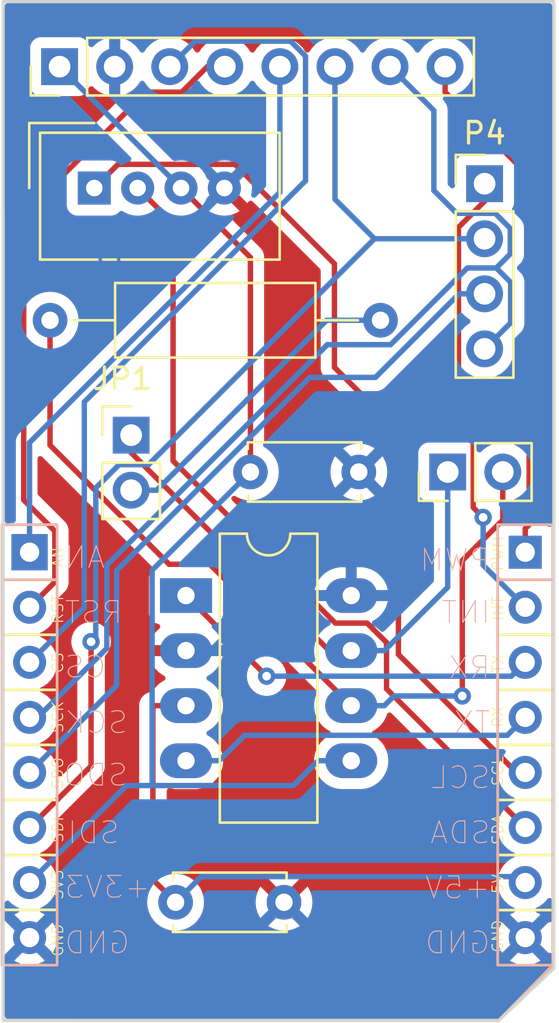
<source format=kicad_pcb>
(kicad_pcb (version 20240108) (generator "pcbnew") (generator_version "8.0")
  (title_block (date "2025-01-06"))
  (layers (0 "F.Cu" signal) (31 "B.Cu" signal) (34 "B.Paste" user) (35 "F.Paste" user) (36 "B.SilkS" user "B.Silkscreen") (37 "F.SilkS" user "F.Silkscreen") (38 "B.Mask" user) (39 "F.Mask" user) (44 "Edge.Cuts" user))
  (net 0 "")
  (net 1 "GND")
  (net 2 "+5V")
  (net 3 "Net-(JP1-A)")
  (net 4 "Net-(JP1-B)")
  (net 5 "/LCD MOSI")
  (net 6 "/LCD_RESET")
  (net 7 "/SD_CS")
  (net 8 "/LCD_CS")
  (net 9 "+3.3V")
  (net 10 "Net-(P1-MCAN0_RX)")
  (net 11 "/LCD_CLK")
  (net 12 "Net-(P1-SCL)")
  (net 13 "Net-(P1-SDA)")
  (net 14 "/SD_MISO")
  (net 15 "Net-(P1-PWM)")
  (net 16 "Net-(P1-MCAN0_TX)")
  (net 17 "/LCD_A0")
  (net 18 "Net-(P2-Pin_2)")
  (footprint "Connector:NS-Tech_Grove_1x04_P2mm_Vertical" (layer "F.Cu") (at 64.9 72.658 90)
    (property "Reference" "P3" (hide yes))
    (property "Value" "I2C")
    (fp_line (start 3 -3) (end 3 0) (stroke (width 0.12)) (layer "F.SilkS"))
    (fp_line (start 0 -3) (end 3 -3) (stroke (width 0.12)) (layer "F.SilkS"))
    (fp_line (start 2.55 -2.5) (end 2.55 8.55) (stroke (width 0.12)) (layer "F.SilkS"))
    (fp_line (start -3.3 -2.5) (end 2.55 -2.5) (stroke (width 0.12)) (layer "F.SilkS"))
    (fp_line (start -3.3 -2.5) (end -3.3 0.15) (stroke (width 0.12)) (layer "F.SilkS"))
    (fp_line (start -3.3 0.4) (end -3.3 1) (stroke (width 0.12)) (layer "F.SilkS"))
    (fp_line (start -3.3 1.25) (end -3.3 4.75) (stroke (width 0.12)) (layer "F.SilkS"))
    (fp_line (start -3.3 5) (end -3.3 5.6) (stroke (width 0.12)) (layer "F.SilkS"))
    (fp_line (start -3.3 5.9) (end -3.3 8.55) (stroke (width 0.12)) (layer "F.SilkS"))
    (fp_line (start -3.3 8.55) (end 2.55 8.55) (stroke (width 0.12)) (layer "F.SilkS"))
    (pad "1" thru_hole rect (at 0 0 90) (size 1.524 1.524) (drill 0.762) (layers "*.Cu" "*.Mask") (net 12 "Net-(P1-SCL)"))
    (pad "2" thru_hole circle (at 0 2 90) (size 1.524 1.524) (drill 0.762) (layers "*.Cu" "*.Mask") (net 13 "Net-(P1-SDA)"))
    (pad "3" thru_hole circle (at 0 4 90) (size 1.524 1.524) (drill 0.762) (layers "*.Cu" "*.Mask") (net 9 "+3.3V"))
    (pad "4" thru_hole circle (at 0 6 90) (size 1.524 1.524) (drill 0.762) (layers "*.Cu" "*.Mask") (net 1 "GND"))
  )
  (footprint "Connector_PinHeader_2.54mm:PinHeader_1x04_P2.54mm_Vertical" (layer "F.Cu") (at 82.9 72.458)
    (property "Reference" "P4" (at 0 -2.33 0) (layer "F.SilkS"))
    (property "Value" "SD Card")
    (fp_line (start -1.33 -1.33) (end 0 -1.33) (stroke (width 0.12)) (layer "F.SilkS"))
    (fp_line (start -1.33 0) (end -1.33 -1.33) (stroke (width 0.12)) (layer "F.SilkS"))
    (fp_line (start -1.33 1.27) (end -1.33 8.95) (stroke (width 0.12)) (layer "F.SilkS"))
    (fp_line (start -1.33 1.27) (end 1.33 1.27) (stroke (width 0.12)) (layer "F.SilkS"))
    (fp_line (start -1.33 8.95) (end 1.33 8.95) (stroke (width 0.12)) (layer "F.SilkS"))
    (fp_line (start 1.33 1.27) (end 1.33 8.95) (stroke (width 0.12)) (layer "F.SilkS"))
    (pad "1" thru_hole rect (at 0 0) (size 1.7 1.7) (drill 1) (layers "*.Cu" "*.Mask") (net 7 "/SD_CS"))
    (pad "2" thru_hole oval (at 0 2.54) (size 1.7 1.7) (drill 1) (layers "*.Cu" "*.Mask") (net 5 "/LCD MOSI"))
    (pad "3" thru_hole oval (at 0 5.08) (size 1.7 1.7) (drill 1) (layers "*.Cu" "*.Mask") (net 14 "/SD_MISO"))
    (pad "4" thru_hole oval (at 0 7.62) (size 1.7 1.7) (drill 1) (layers "*.Cu" "*.Mask") (net 11 "/LCD_CLK"))
  )
  (footprint "Capacitor_THT:C_Disc_D5.0mm_W2.5mm_P5.00mm" (layer "F.Cu") (at 77.1 85.758 180)
    (property "Reference" "C1" (hide yes))
    (property "Value" "0.1uF")
    (fp_line (start 5.12 1.055) (end 5.12 1.37) (stroke (width 0.12)) (layer "F.SilkS"))
    (fp_line (start 5.12 -1.37) (end 5.12 -1.055) (stroke (width 0.12)) (layer "F.SilkS"))
    (fp_line (start -0.12 1.37) (end 5.12 1.37) (stroke (width 0.12)) (layer "F.SilkS"))
    (fp_line (start -0.12 1.055) (end -0.12 1.37) (stroke (width 0.12)) (layer "F.SilkS"))
    (fp_line (start -0.12 -1.37) (end 5.12 -1.37) (stroke (width 0.12)) (layer "F.SilkS"))
    (fp_line (start -0.12 -1.37) (end -0.12 -1.055) (stroke (width 0.12)) (layer "F.SilkS"))
    (pad "1" thru_hole circle (at 0 0 180) (size 1.6 1.6) (drill 0.8) (layers "*.Cu" "*.Mask") (net 1 "GND"))
    (pad "2" thru_hole circle (at 5 0 180) (size 1.6 1.6) (drill 0.8) (layers "*.Cu" "*.Mask") (net 9 "+3.3V"))
  )
  (footprint "Resistor_THT:R_Axial_DIN0309_L9.0mm_D3.2mm_P15.24mm_Horizontal" (layer "F.Cu") (at 78.1 78.758 180)
    (property "Reference" "R1" (hide yes))
    (property "Value" "120")
    (fp_line (start 14.2 0) (end 12.24 0) (stroke (width 0.12)) (layer "F.SilkS"))
    (fp_line (start 12.24 1.72) (end 12.24 -1.72) (stroke (width 0.12)) (layer "F.SilkS"))
    (fp_line (start 12.24 -1.72) (end 3 -1.72) (stroke (width 0.12)) (layer "F.SilkS"))
    (fp_line (start 3 1.72) (end 12.24 1.72) (stroke (width 0.12)) (layer "F.SilkS"))
    (fp_line (start 3 -1.72) (end 3 1.72) (stroke (width 0.12)) (layer "F.SilkS"))
    (fp_line (start 1.04 0) (end 3 0) (stroke (width 0.12)) (layer "F.SilkS"))
    (pad "1" thru_hole circle (at 0 0 180) (size 1.6 1.6) (drill 0.8) (layers "*.Cu" "*.Mask") (net 4 "Net-(JP1-B)"))
    (pad "2" thru_hole oval (at 15.24 0 180) (size 1.6 1.6) (drill 0.8) (layers "*.Cu" "*.Mask") (net 18 "Net-(P2-Pin_2)"))
  )
  (footprint "Capacitor_THT:C_Disc_D5.0mm_W2.5mm_P5.00mm" (layer "F.Cu") (at 68.65 105.608)
    (property "Reference" "C2" (hide yes))
    (property "Value" "0.1uF")
    (fp_line (start -0.12 -1.37) (end -0.12 -1.055) (stroke (width 0.12)) (layer "F.SilkS"))
    (fp_line (start -0.12 -1.37) (end 5.12 -1.37) (stroke (width 0.12)) (layer "F.SilkS"))
    (fp_line (start -0.12 1.055) (end -0.12 1.37) (stroke (width 0.12)) (layer "F.SilkS"))
    (fp_line (start -0.12 1.37) (end 5.12 1.37) (stroke (width 0.12)) (layer "F.SilkS"))
    (fp_line (start 5.12 -1.37) (end 5.12 -1.055) (stroke (width 0.12)) (layer "F.SilkS"))
    (fp_line (start 5.12 1.055) (end 5.12 1.37) (stroke (width 0.12)) (layer "F.SilkS"))
    (pad "1" thru_hole circle (at 0 0) (size 1.6 1.6) (drill 0.8) (layers "*.Cu" "*.Mask") (net 2 "+5V"))
    (pad "2" thru_hole circle (at 5 0) (size 1.6 1.6) (drill 0.8) (layers "*.Cu" "*.Mask") (net 1 "GND"))
  )
  (footprint "mikroBUS:MIKROBUS_MODULE_CONN" (layer "F.Cu") (at 61.9152 89.4576)
    (property "Reference" "P1" (hide yes))
    (property "Value" "MIKROBUS_MODULE_CONN" (hide yes))
    (fp_line (start -1.27 -1.27) (end -1.27 1.27) (stroke (width 0.127)) (layer "B.SilkS"))
    (fp_line (start -1.27 1.27) (end -1.27 19.05) (stroke (width 0.127)) (layer "B.SilkS"))
    (fp_line (start -1.27 1.27) (end 1.27 1.27) (stroke (width 0.127)) (layer "B.SilkS"))
    (fp_line (start -1.27 19.05) (end 1.27 19.05) (stroke (width 0.127)) (layer "B.SilkS"))
    (fp_line (start 1.27 -1.27) (end -1.27 -1.27) (stroke (width 0.127)) (layer "B.SilkS"))
    (fp_line (start 1.27 1.27) (end 1.27 -1.27) (stroke (width 0.127)) (layer "B.SilkS"))
    (fp_line (start 1.27 19.05) (end 1.27 1.27) (stroke (width 0.127)) (layer "B.SilkS"))
    (fp_line (start 21.59 -1.27) (end 21.59 1.27) (stroke (width 0.127)) (layer "B.SilkS"))
    (fp_line (start 21.59 -1.27) (end 24.13 -1.27) (stroke (width 0.127)) (layer "B.SilkS"))
    (fp_line (start 21.59 1.27) (end 21.59 19.05) (stroke (width 0.127)) (layer "B.SilkS"))
    (fp_line (start 21.59 1.27) (end 24.13 1.27) (stroke (width 0.127)) (layer "B.SilkS"))
    (fp_line (start 21.59 19.05) (end 24.13 19.05) (stroke (width 0.127)) (layer "B.SilkS"))
    (fp_line (start 24.13 -1.27) (end 24.13 19.05) (stroke (width 0.127)) (layer "B.SilkS"))
    (fp_line (start 24.13 19.05) (end 21.59 21.64) (stroke (width 0.127)) (layer "B.SilkS"))
    (fp_line (start -1.3 16.5) (end 1.24 16.5) (stroke (width 0.127)) (layer "F.SilkS"))
    (fp_line (start -1.27 1.27) (end 1.27 1.27) (stroke (width 0.127)) (layer "F.SilkS"))
    (fp_line (start -1.27 3.81) (end 1.27 3.81) (stroke (width 0.127)) (layer "F.SilkS"))
    (fp_line (start -1.27 6.35) (end 1.27 6.35) (stroke (width 0.127)) (layer "F.SilkS"))
    (fp_line (start -1.27 8.89) (end 1.27 8.89) (stroke (width 0.127)) (layer "F.SilkS"))
    (fp_line (start -1.27 11.43) (end 1.27 11.43) (stroke (width 0.127)) (layer "F.SilkS"))
    (fp_line (start -1.27 13.97) (end 1.27 13.97) (stroke (width 0.127)) (layer "F.SilkS"))
    (fp_line (start 21.59 1.27) (end 24.13 1.27) (stroke (width 0.127)) (layer "F.SilkS"))
    (fp_line (start 21.59 3.81) (end 24.13 3.81) (stroke (width 0.127)) (layer "F.SilkS"))
    (fp_line (start 21.59 6.35) (end 24.13 6.35) (stroke (width 0.127)) (layer "F.SilkS"))
    (fp_line (start 21.59 8.89) (end 24.13 8.89) (stroke (width 0.127)) (layer "F.SilkS"))
    (fp_line (start 21.59 11.43) (end 24.13 11.43) (stroke (width 0.127)) (layer "F.SilkS"))
    (fp_line (start 21.59 13.97) (end 24.13 13.97) (stroke (width 0.127)) (layer "F.SilkS"))
    (fp_line (start 21.59 16.51) (end 24.13 16.51) (stroke (width 0.127)) (layer "F.SilkS"))
    (fp_text user "SCK" (at 3.072 7.855 0) (layer "B.SilkS") (effects (font (thickness 0.05)) (justify mirror)))
    (fp_text user "TX" (at 20.410514 7.855 0) (layer "B.SilkS") (effects (font (thickness 0.05)) (justify mirror)))
    (fp_text user "GND" (at 19.743847 18.015 0) (layer "B.SilkS") (effects (font (thickness 0.05)) (justify mirror)))
    (fp_text user "RX" (at 20.291466 5.315 0) (layer "B.SilkS") (effects (font (thickness 0.05)) (justify mirror)))
    (fp_text user "RST" (at 2.952953 2.775 0) (layer "B.SilkS") (effects (font (thickness 0.05)) (justify mirror)))
    (fp_text user "AN" (at 2.548191 0.235 0) (layer "B.SilkS") (effects (font (thickness 0.05)) (justify mirror)))
    (fp_text user "+3V3" (at 3.59581 15.4496 0) (layer "B.SilkS") (effects (font (thickness 0.05)) (justify mirror)))
    (fp_text user "GND" (at 3.119619 18.015 0) (layer "B.SilkS") (effects (font (thickness 0.05)) (justify mirror)))
    (fp_text user "SDI" (at 2.95 12.935 0) (layer "B.SilkS") (effects (font (thickness 0.05)) (justify mirror)))
    (fp_text user "SDA" (at 19.862895 12.935 0) (layer "B.SilkS") (effects (font (thickness 0.05)) (justify mirror)))
    (fp_text user "SCL" (at 19.886704 10.395 0) (layer "B.SilkS") (effects (font (thickness 0.05)) (justify mirror)))
    (fp_text user "PWM" (at 19.6248 0.362 0) (layer "B.SilkS") (effects (font (thickness 0.05)) (justify mirror)))
    (fp_text user "SDO" (at 3.05 10.28 0) (layer "B.SilkS") (effects (font (thickness 0.05)) (justify mirror)))
    (fp_text user "INT" (at 20.1248 2.775 0) (layer "B.SilkS") (effects (font (thickness 0.05)) (justify mirror)))
    (fp_text user "+5V" (at 19.743847 15.475 0) (layer "B.SilkS") (effects (font (thickness 0.05)) (justify mirror)))
    (fp_text user "CS" (at 2.572 5.2896 0) (layer "B.SilkS") (effects (font (thickness 0.05)) (justify mirror)))
    (fp_text user "5V" (at 21.597534 15.3 90) (layer "F.SilkS") (effects (font (size 0.5 0.5) (thickness 0.05))))
    (fp_text user "INT" (at 21.597534 2.6 90) (layer "F.SilkS") (effects (font (size 0.5 0.5) (thickness 0.05))))
    (fp_text user "RST" (at 1.3 2.623639 90) (layer "F.SilkS") (effects (font (size 0.5 0.5) (thickness 0.05))))
    (fp_text user "3V3" (at 1.3 15.328737 90) (layer "F.SilkS") (effects (font (size 0.5 0.5) (thickness 0.05))))
    (fp_text user "GND" (at 1.3 17.9 90) (layer "F.SilkS") (effects (font (size 0.5 0.5) (thickness 0.05))))
    (fp_text user "SDO" (at 1.3 10.206221 90) (layer "F.SilkS") (effects (font (size 0.5 0.5) (thickness 0.05))))
    (fp_text user "SCL" (at 21.597534 10.1 90) (layer "F.SilkS") (effects (font (size 0.5 0.5) (thickness 0.05))))
    (fp_text user "SDI" (at 1.3 12.797241 90) (layer "F.SilkS") (effects (font (size 0.5 0.5) (thickness 0.05))))
    (fp_text user "SCK" (at 1.3 7.6 90) (layer "F.SilkS") (effects (font (size 0.5 0.5) (thickness 0.05))))
    (fp_text user "SDA" (at 21.597534 12.8 90) (layer "F.SilkS") (effects (font (size 0.5 0.5) (thickness 0.05))))
    (fp_text user "CS" (at 1.3 5.1 90) (layer "F.SilkS") (effects (font (size 0.5 0.5) (thickness 0.05))))
    (fp_text user "GND" (at 21.597534 17.715 90) (layer "F.SilkS") (effects (font (size 0.5 0.5) (thickness 0.05))))
    (fp_text user "TX" (at 21.597534 5.141427 90) (layer "F.SilkS") (effects (font (size 0.5 0.5) (thickness 0.05))))
    (fp_text user "RX" (at 21.597534 7.6 90) (layer "F.SilkS") (effects (font (size 0.5 0.5) (thickness 0.05))))
    (fp_text user "PWM" (at 21.597534 0.062 90) (layer "F.SilkS") (effects (font (size 0.5 0.5) (thickness 0.05))))
    (fp_text user "AN" (at 1.3 0.235 90) (layer "F.SilkS") (effects (font (size 0.5 0.5) (thickness 0.05))))
    (pad "P1" thru_hole rect (at 0 0) (size 1.6764 1.6764) (drill 0.889) (layers "*.Cu" "*.Mask") (net 17 "/LCD_A0"))
    (pad "P2" thru_hole circle (at 0 2.54) (size 1.524 1.524) (drill 0.889) (layers "*.Cu" "*.Mask") (net 6 "/LCD_RESET"))
    (pad "P3" thru_hole circle (at 0 5.08) (size 1.524 1.524) (drill 0.889) (layers "*.Cu" "*.Mask") (net 8 "/LCD_CS"))
    (pad "P4" thru_hole circle (at 0 7.62) (size 1.524 1.524) (drill 0.889) (layers "*.Cu" "*.Mask") (net 11 "/LCD_CLK"))
    (pad "P5" thru_hole circle (at 0 10.16) (size 1.524 1.524) (drill 0.889) (layers "*.Cu" "*.Mask") (net 14 "/SD_MISO"))
    (pad "P6" thru_hole circle (at 0 12.7) (size 1.524 1.524) (drill 0.889) (layers "*.Cu" "*.Mask") (net 5 "/LCD MOSI"))
    (pad "P7" thru_hole circle (at 0 15.24) (size 1.524 1.524) (drill 0.889) (layers "*.Cu" "*.Mask") (net 9 "+3.3V"))
    (pad "P8" thru_hole circle (at 0 17.78) (size 1.524 1.524) (drill 0.889) (layers "*.Cu" "*.Mask") (net 1 "GND"))
    (pad "P9" thru_hole circle (at 22.86 17.78) (size 1.524 1.524) (drill 0.889) (layers "*.Cu" "*.Mask") (net 1 "GND"))
    (pad "P10" thru_hole circle (at 22.86 15.24) (size 1.524 1.524) (drill 0.889) (layers "*.Cu" "*.Mask") (net 2 "+5V"))
    (pad "P11" thru_hole circle (at 22.86 12.7) (size 1.524 1.524) (drill 0.889) (layers "*.Cu" "*.Mask") (net 13 "Net-(P1-SDA)"))
    (pad "P12" thru_hole circle (at 22.86 10.16) (size 1.524 1.524) (drill 0.889) (layers "*.Cu" "*.Mask") (net 12 "Net-(P1-SCL)"))
    (pad "P13" thru_hole circle (at 22.86 7.62) (size 1.524 1.524) (drill 0.889) (layers "*.Cu" "*.Mask") (net 10 "Net-(P1-MCAN0_RX)"))
    (pad "P14" thru_hole circle (at 22.86 5.08) (size 1.524 1.524) (drill 0.889) (layers "*.Cu" "*.Mask") (net 16 "Net-(P1-MCAN0_TX)"))
    (pad "P15" thru_hole circle (at 22.86 2.54) (size 1.524 1.524) (drill 0.889) (layers "*.Cu" "*.Mask") (net 7 "/SD_CS"))
    (pad "P16" thru_hole rect (at 22.86 0) (size 1.524 1.524) (drill 0.889) (layers "*.Cu" "*.Mask") (net 15 "Net-(P1-PWM)"))
  )
  (footprint "Connector_PinHeader_2.54mm:PinHeader_1x08_P2.54mm_Vertical" (layer "F.Cu") (at 63.3 67.058 90)
    (property "Reference" "P5" (hide yes))
    (property "Value" "LCD")
    (fp_line (start -1.33 -1.33) (end 0 -1.33) (stroke (width 0.12)) (layer "F.SilkS"))
    (fp_line (start -1.33 0) (end -1.33 -1.33) (stroke (width 0.12)) (layer "F.SilkS"))
    (fp_line (start 1.33 1.27) (end 1.33 19.11) (stroke (width 0.12)) (layer "F.SilkS"))
    (fp_line (start -1.33 1.27) (end 1.33 1.27) (stroke (width 0.12)) (layer "F.SilkS"))
    (fp_line (start -1.33 1.27) (end -1.33 19.11) (stroke (width 0.12)) (layer "F.SilkS"))
    (fp_line (start -1.33 19.11) (end 1.33 19.11) (stroke (width 0.12)) (layer "F.SilkS"))
    (pad "1" thru_hole rect (at 0 0 90) (size 1.7 1.7) (drill 1) (layers "*.Cu" "*.Mask") (net 9 "+3.3V"))
    (pad "2" thru_hole oval (at 0 2.54 90) (size 1.7 1.7) (drill 1) (layers "*.Cu" "*.Mask") (net 1 "GND"))
    (pad "3" thru_hole oval (at 0 5.08 90) (size 1.7 1.7) (drill 1) (layers "*.Cu" "*.Mask") (net 8 "/LCD_CS"))
    (pad "4" thru_hole oval (at 0 7.62 90) (size 1.7 1.7) (drill 1) (layers "*.Cu" "*.Mask") (net 6 "/LCD_RESET"))
    (pad "5" thru_hole oval (at 0 10.16 90) (size 1.7 1.7) (drill 1) (layers "*.Cu" "*.Mask") (net 17 "/LCD_A0"))
    (pad "6" thru_hole oval (at 0 12.7 90) (size 1.7 1.7) (drill 1) (layers "*.Cu" "*.Mask") (net 5 "/LCD MOSI"))
    (pad "7" thru_hole oval (at 0 15.24 90) (size 1.7 1.7) (drill 1) (layers "*.Cu" "*.Mask") (net 11 "/LCD_CLK"))
    (pad "8" thru_hole oval (at 0 17.78 90) (size 1.7 1.7) (drill 1) (layers "*.Cu" "*.Mask") (net 15 "Net-(P1-PWM)"))
  )
  (footprint "Connector_PinHeader_2.54mm:PinHeader_1x02_P2.54mm_Vertical" (layer "F.Cu") (at 66.6 84.058)
    (property "Reference" "JP1" (at -0.4 -2.6 180) (layer "F.SilkS"))
    (property "Value" "Enable termination resistor" (hide yes))
    (fp_line (start -1.33 -1.33) (end 0 -1.33) (stroke (width 0.12)) (layer "F.SilkS"))
    (fp_line (start -1.33 0) (end -1.33 -1.33) (stroke (width 0.12)) (layer "F.SilkS"))
    (fp_line (start -1.33 1.27) (end -1.33 3.87) (stroke (width 0.12)) (layer "F.SilkS"))
    (fp_line (start -1.33 1.27) (end 1.33 1.27) (stroke (width 0.12)) (layer "F.SilkS"))
    (fp_line (start -1.33 3.87) (end 1.33 3.87) (stroke (width 0.12)) (layer "F.SilkS"))
    (fp_line (start 1.33 1.27) (end 1.33 3.87) (stroke (width 0.12)) (layer "F.SilkS"))
    (pad "1" thru_hole rect (at 0 0) (size 1.7 1.7) (drill 1) (layers "*.Cu" "*.Mask") (net 3 "Net-(JP1-A)"))
    (pad "2" thru_hole oval (at 0 2.54) (size 1.7 1.7) (drill 1) (layers "*.Cu" "*.Mask") (net 4 "Net-(JP1-B)"))
  )
  (footprint "Package_DIP:CERDIP-8_W7.62mm_SideBrazed_LongPads" (layer "F.Cu") (at 69.13 91.458)
    (property "Reference" "U1" (hide yes))
    (property "Value" "MCP2562FD")
    (fp_line (start 1.56 -2.855) (end 1.56 10.475) (stroke (width 0.12)) (layer "F.SilkS"))
    (fp_line (start 1.56 10.475) (end 6.06 10.475) (stroke (width 0.12)) (layer "F.SilkS"))
    (fp_line (start 2.81 -2.855) (end 1.56 -2.855) (stroke (width 0.12)) (layer "F.SilkS"))
    (fp_line (start 6.06 -2.855) (end 4.81 -2.855) (stroke (width 0.12)) (layer "F.SilkS"))
    (fp_line (start 6.06 10.475) (end 6.06 -2.855) (stroke (width 0.12)) (layer "F.SilkS"))
    (fp_arc (start 4.81 -2.855) (mid 3.81 -1.855) (end 2.81 -2.855) (stroke (width 0.12)) (layer "F.SilkS"))
    (pad "1" thru_hole rect (at 0 0) (size 2.4 1.6) (drill 0.8) (layers "*.Cu" "*.Mask") (net 16 "Net-(P1-MCAN0_TX)"))
    (pad "2" thru_hole oval (at 0 2.54) (size 2.4 1.6) (drill 0.8) (layers "*.Cu" "*.Mask") (net 1 "GND"))
    (pad "3" thru_hole oval (at 0 5.08) (size 2.4 1.6) (drill 0.8) (layers "*.Cu" "*.Mask") (net 2 "+5V"))
    (pad "4" thru_hole oval (at 0 7.62) (size 2.4 1.6) (drill 0.8) (layers "*.Cu" "*.Mask") (net 10 "Net-(P1-MCAN0_RX)"))
    (pad "5" thru_hole oval (at 7.62 7.62) (size 2.4 1.6) (drill 0.8) (layers "*.Cu" "*.Mask") (net 9 "+3.3V"))
    (pad "6" thru_hole oval (at 7.62 5.08) (size 2.4 1.6) (drill 0.8) (layers "*.Cu" "*.Mask") (net 18 "Net-(P2-Pin_2)"))
    (pad "7" thru_hole oval (at 7.62 2.54) (size 2.4 1.6) (drill 0.8) (layers "*.Cu" "*.Mask") (net 3 "Net-(JP1-A)"))
    (pad "8" thru_hole oval (at 7.62 0) (size 2.4 1.6) (drill 0.8) (layers "*.Cu" "*.Mask") (net 1 "GND"))
  )
  (footprint "Connector_PinHeader_2.54mm:PinHeader_1x02_P2.54mm_Vertical" (layer "F.Cu") (at 81.2 85.758 90)
    (property "Reference" "P2" (hide yes))
    (property "Value" "CAN")
    (fp_line (start -1.33 -1.33) (end 0 -1.33) (stroke (width 0.12)) (layer "F.SilkS"))
    (fp_line (start -1.33 0) (end -1.33 -1.33) (stroke (width 0.12)) (layer "F.SilkS"))
    (fp_line (start 1.33 1.27) (end 1.33 3.87) (stroke (width 0.12)) (layer "F.SilkS"))
    (fp_line (start -1.33 1.27) (end 1.33 1.27) (stroke (width 0.12)) (layer "F.SilkS"))
    (fp_line (start -1.33 1.27) (end -1.33 3.87) (stroke (width 0.12)) (layer "F.SilkS"))
    (fp_line (start -1.33 3.87) (end 1.33 3.87) (stroke (width 0.12)) (layer "F.SilkS"))
    (pad "1" thru_hole rect (at 0 0 90) (size 1.7 1.7) (drill 1) (layers "*.Cu" "*.Mask") (net 3 "Net-(JP1-A)"))
    (pad "2" thru_hole oval (at 0 2.54 90) (size 1.7 1.7) (drill 1) (layers "*.Cu" "*.Mask") (net 18 "Net-(P2-Pin_2)"))
  )
  (gr_line (start 86.096 64.058) (end 60.696 64.058) (stroke (width 0.15)) (layer "Edge.Cuts"))
  (gr_line (start 86.096 108.66) (end 86.096 64.058) (stroke (width 0.15)) (layer "Edge.Cuts"))
  (gr_line (start 60.696 111.058) (end 83.556 111.058) (stroke (width 0.15)) (layer "Edge.Cuts"))
  (gr_line (start 83.556 111.058) (end 86.096 108.66) (stroke (width 0.15)) (layer "Edge.Cuts"))
  (gr_line (start 60.696 64.058) (end 60.696 111.058) (stroke (width 0.15)) (layer "Edge.Cuts"))
  (segment (start 72.85 91.408) (end 72.9 91.458) (width 0.25) (layer "B.Cu") (net 1))
  (segment (start 72.9 91.458) (end 76.75 91.458) (width 0.25) (layer "B.Cu") (net 1))
  (segment (start 69.13 93.998) (end 70.26 93.998) (width 0.25) (layer "B.Cu") (net 1))
  (segment (start 70.26 93.998) (end 72.85 91.408) (width 0.25) (layer "B.Cu") (net 1))
  (segment (start 67.6033 96.538) (end 67.6033 104.5613) (width 0.25) (layer "F.Cu") (net 2))
  (segment (start 69.13 96.538) (end 67.6033 96.538) (width 0.25) (layer "F.Cu") (net 2))
  (segment (start 67.6033 104.5613) (end 68.65 105.608) (width 0.25) (layer "F.Cu") (net 2))
  (segment (start 68.65 105.608) (end 69.8328 104.4252) (width 0.25) (layer "B.Cu") (net 2))
  (segment (start 69.8328 104.4252) (end 84.5028 104.4252) (width 0.25) (layer "B.Cu") (net 2))
  (segment (start 84.5028 104.4252) (end 84.7752 104.6976) (width 0.25) (layer "B.Cu") (net 2))
  (segment (start 75.731 93.998) (end 76.75 93.998) (width 0.25) (layer "F.Cu") (net 3))
  (segment (start 66.6 84.867) (end 75.731 93.998) (width 0.25) (layer "F.Cu") (net 3))
  (segment (start 66.6 84.058) (end 66.6 84.867) (width 0.25) (layer "F.Cu") (net 3))
  (segment (start 76.75 93.998) (end 78.2767 93.998) (width 0.25) (layer "B.Cu") (net 3))
  (segment (start 81.2 86.9347) (end 81.2 91.0747) (width 0.25) (layer "B.Cu") (net 3))
  (segment (start 81.2 91.0747) (end 78.2767 93.998) (width 0.25) (layer "B.Cu") (net 3))
  (segment (start 81.2 85.758) (end 81.2 86.9347) (width 0.25) (layer "B.Cu") (net 3))
  (segment (start 75.6167 78.758) (end 78.1 78.758) (width 0.25) (layer "B.Cu") (net 4))
  (segment (start 66.6 86.598) (end 67.7767 86.598) (width 0.25) (layer "B.Cu") (net 4))
  (segment (start 67.7767 86.598) (end 75.6167 78.758) (width 0.25) (layer "B.Cu") (net 4))
  (segment (start 64.752 99.3208) (end 61.9152 102.1576) (width 0.25) (layer "F.Cu") (net 5))
  (segment (start 64.752 93.5873) (end 64.752 99.3208) (width 0.25) (layer "F.Cu") (net 5))
  (via (at 64.752 93.5873) (size 0.8) (drill 0.4) (layers "F.Cu" "B.Cu") (net 5))
  (segment (start 76 73.1759) (end 76 67.058) (width 0.25) (layer "B.Cu") (net 5))
  (segment (start 64.9698 93.3695) (end 64.752 93.5873) (width 0.25) (layer "B.Cu") (net 5))
  (segment (start 66.0407 85.421) (end 64.9698 86.4919) (width 0.25) (layer "B.Cu") (net 5))
  (segment (start 77.8221 74.998) (end 67.3991 85.421) (width 0.25) (layer "B.Cu") (net 5))
  (segment (start 67.3991 85.421) (end 66.0407 85.421) (width 0.25) (layer "B.Cu") (net 5))
  (segment (start 77.8221 74.998) (end 76 73.1759) (width 0.25) (layer "B.Cu") (net 5))
  (segment (start 82.9 74.998) (end 77.8221 74.998) (width 0.25) (layer "B.Cu") (net 5))
  (segment (start 64.9698 86.4919) (end 64.9698 93.3695) (width 0.25) (layer "B.Cu") (net 5))
  (segment (start 68.9344 68.2347) (end 67.2911 68.2347) (width 0.25) (layer "F.Cu") (net 6))
  (segment (start 70.1111 67.058) (end 68.9344 68.2347) (width 0.25) (layer "F.Cu") (net 6))
  (segment (start 63.0801 88.484) (end 63.0801 90.8327) (width 0.25) (layer "F.Cu") (net 6))
  (segment (start 70.92 67.058) (end 70.1111 67.058) (width 0.25) (layer "F.Cu") (net 6))
  (segment (start 63.0801 90.8327) (end 61.9152 91.9976) (width 0.25) (layer "F.Cu") (net 6))
  (segment (start 61.6468 73.879) (end 61.6468 87.0507) (width 0.25) (layer "F.Cu") (net 6))
  (segment (start 61.6468 87.0507) (end 63.0801 88.484) (width 0.25) (layer "F.Cu") (net 6))
  (segment (start 67.2911 68.2347) (end 61.6468 73.879) (width 0.25) (layer "F.Cu") (net 6))
  (segment (start 81.6965 82.2393) (end 82.3767 82.9195) (width 0.25) (layer "F.Cu") (net 7))
  (segment (start 82.3767 87.3951) (end 82.8334 87.8518) (width 0.25) (layer "F.Cu") (net 7))
  (segment (start 82.9 72.458) (end 82.9 73.267) (width 0.25) (layer "F.Cu") (net 7))
  (segment (start 81.6965 74.4705) (end 81.6965 82.2393) (width 0.25) (layer "F.Cu") (net 7))
  (segment (start 82.3767 82.9195) (end 82.3767 87.3951) (width 0.25) (layer "F.Cu") (net 7))
  (segment (start 82.9 73.267) (end 81.6965 74.4705) (width 0.25) (layer "F.Cu") (net 7))
  (via (at 82.8334 87.8518) (size 0.8) (drill 0.4) (layers "F.Cu" "B.Cu") (net 7))
  (segment (start 82.8334 90.0558) (end 84.7752 91.9976) (width 0.25) (layer "B.Cu") (net 7))
  (segment (start 82.8334 87.8518) (end 82.8334 90.0558) (width 0.25) (layer "B.Cu") (net 7))
  (segment (start 69.5567 65.8813) (end 73.952 65.8813) (width 0.25) (layer "B.Cu") (net 8))
  (segment (start 64.439 92.0138) (end 61.9152 94.5376) (width 0.25) (layer "B.Cu") (net 8))
  (segment (start 74.6444 66.5737) (end 74.6444 72.3225) (width 0.25) (layer "B.Cu") (net 8))
  (segment (start 74.6444 72.3225) (end 64.439 82.5279) (width 0.25) (layer "B.Cu") (net 8))
  (segment (start 73.952 65.8813) (end 74.6444 66.5737) (width 0.25) (layer "B.Cu") (net 8))
  (segment (start 68.38 67.058) (end 69.5567 65.8813) (width 0.25) (layer "B.Cu") (net 8))
  (segment (start 64.439 82.5279) (end 64.439 92.0138) (width 0.25) (layer "B.Cu") (net 8))
  (segment (start 68.9 72.658) (end 72.1 75.858) (width 0.25) (layer "F.Cu") (net 9))
  (segment (start 72.1 75.858) (end 72.1 85.758) (width 0.25) (layer "F.Cu") (net 9))
  (segment (start 76.75 99.078) (end 75.2233 99.078) (width 0.25) (layer "B.Cu") (net 9))
  (segment (start 67.5667 100.223) (end 67.5667 90.2913) (width 0.25) (layer "B.Cu") (net 9))
  (segment (start 67.5667 90.2913) (end 72.1 85.758) (width 0.25) (layer "B.Cu") (net 9))
  (segment (start 74.0783 100.223) (end 67.5667 100.223) (width 0.25) (layer "B.Cu") (net 9))
  (segment (start 61.9152 104.6976) (end 66.3898 100.223) (width 0.25) (layer "B.Cu") (net 9))
  (segment (start 68.9 72.658) (end 63.3 67.058) (width 0.25) (layer "B.Cu") (net 9))
  (segment (start 66.3898 100.223) (end 67.5667 100.223) (width 0.25) (layer "B.Cu") (net 9))
  (segment (start 75.2233 99.078) (end 74.0783 100.223) (width 0.25) (layer "B.Cu") (net 9))
  (segment (start 71.8308 97.9039) (end 83.9489 97.9039) (width 0.25) (layer "B.Cu") (net 10))
  (segment (start 69.13 99.078) (end 70.6567 99.078) (width 0.25) (layer "B.Cu") (net 10))
  (segment (start 83.9489 97.9039) (end 84.7752 97.0776) (width 0.25) (layer "B.Cu") (net 10))
  (segment (start 70.6567 99.078) (end 71.8308 97.9039) (width 0.25) (layer "B.Cu") (net 10))
  (segment (start 84.084 74.520299) (end 83.386701 73.823) (width 0.25) (layer "B.Cu") (net 11))
  (segment (start 82.1066 76.3449) (end 83.4405 76.3449) (width 0.25) (layer "B.Cu") (net 11))
  (segment (start 62.2894 97.0776) (end 65.4787 93.8883) (width 0.25) (layer "B.Cu") (net 11))
  (segment (start 84.102 78.876) (end 82.9 80.078) (width 0.25) (layer "B.Cu") (net 11))
  (segment (start 65.4787 93.8883) (end 65.4787 90.051) (width 0.25) (layer "B.Cu") (net 11))
  (segment (start 78.5668 79.8847) (end 82.1066 76.3449) (width 0.25) (layer "B.Cu") (net 11))
  (segment (start 80.5626 69.0806) (end 78.54 67.058) (width 0.25) (layer "B.Cu") (net 11))
  (segment (start 61.9152 97.0776) (end 62.2894 97.0776) (width 0.25) (layer "B.Cu") (net 11))
  (segment (start 75.645 79.8847) (end 78.5668 79.8847) (width 0.25) (layer "B.Cu") (net 11))
  (segment (start 84.084 75.7014) (end 84.084 74.520299) (width 0.25) (layer "B.Cu") (net 11))
  (segment (start 81.615 73.823) (end 80.5626 72.7706) (width 0.25) (layer "B.Cu") (net 11))
  (segment (start 65.4787 90.051) (end 75.645 79.8847) (width 0.25) (layer "B.Cu") (net 11))
  (segment (start 84.102 77.0064) (end 84.102 78.876) (width 0.25) (layer "B.Cu") (net 11))
  (segment (start 83.4405 76.3449) (end 84.084 75.7014) (width 0.25) (layer "B.Cu") (net 11))
  (segment (start 80.5626 72.7706) (end 80.5626 69.0806) (width 0.25) (layer "B.Cu") (net 11))
  (segment (start 83.386701 73.823) (end 81.615 73.823) (width 0.25) (layer "B.Cu") (net 11))
  (segment (start 83.4405 76.3449) (end 84.102 77.0064) (width 0.25) (layer "B.Cu") (net 11))
  (segment (start 75.9748 76.1501) (end 71.3891 71.5644) (width 0.25) (layer "F.Cu") (net 12))
  (segment (start 65.9936 71.5644) (end 64.9 72.658) (width 0.25) (layer "F.Cu") (net 12))
  (segment (start 75.9748 80.9284) (end 75.9748 76.1501) (width 0.25) (layer "F.Cu") (net 12))
  (segment (start 78.9254 83.879) (end 75.9748 80.9284) (width 0.25) (layer "F.Cu") (net 12))
  (segment (start 71.3891 71.5644) (end 65.9936 71.5644) (width 0.25) (layer "F.Cu") (net 12))
  (segment (start 78.9254 94.1734) (end 78.9254 83.879) (width 0.25) (layer "F.Cu") (net 12))
  (segment (start 84.3696 99.6176) (end 78.9254 94.1734) (width 0.25) (layer "F.Cu") (net 12))
  (segment (start 84.7752 99.6176) (end 84.3696 99.6176) (width 0.25) (layer "F.Cu") (net 12))
  (segment (start 77.4825 92.728) (end 78.3796 93.6251) (width 0.25) (layer "F.Cu") (net 13))
  (segment (start 68.5339 85.2433) (end 76.0186 92.728) (width 0.25) (layer "F.Cu") (net 13))
  (segment (start 76.0186 92.728) (end 77.4825 92.728) (width 0.25) (layer "F.Cu") (net 13))
  (segment (start 66.9 72.658) (end 68.5339 74.2919) (width 0.25) (layer "F.Cu") (net 13))
  (segment (start 68.5339 74.2919) (end 68.5339 85.2433) (width 0.25) (layer "F.Cu") (net 13))
  (segment (start 78.3796 95.762) (end 84.7752 102.1576) (width 0.25) (layer "F.Cu") (net 13))
  (segment (start 78.3796 93.6251) (end 78.3796 95.762) (width 0.25) (layer "F.Cu") (net 13))
  (segment (start 65.9304 90.3039) (end 74.8412 81.3931) (width 0.25) (layer "B.Cu") (net 14))
  (segment (start 82.9 77.538) (end 81.7233 77.538) (width 0.25) (layer "B.Cu") (net 14))
  (segment (start 74.8412 81.3931) (end 77.8682 81.3931) (width 0.25) (layer "B.Cu") (net 14))
  (segment (start 65.9304 95.6024) (end 65.9304 90.3039) (width 0.25) (layer "B.Cu") (net 14))
  (segment (start 77.8682 81.3931) (end 81.7233 77.538) (width 0.25) (layer "B.Cu") (net 14))
  (segment (start 61.9152 99.6176) (end 65.9304 95.6024) (width 0.25) (layer "B.Cu") (net 14))
  (segment (start 84.9557 88.1884) (end 84.7752 88.3689) (width 0.25) (layer "F.Cu") (net 15))
  (segment (start 81.08 68.2347) (end 84.9557 72.1104) (width 0.25) (layer "F.Cu") (net 15))
  (segment (start 84.9557 72.1104) (end 84.9557 88.1884) (width 0.25) (layer "F.Cu") (net 15))
  (segment (start 81.08 67.058) (end 81.08 68.2347) (width 0.25) (layer "F.Cu") (net 15))
  (segment (start 84.7752 89.4576) (end 84.7752 88.3689) (width 0.25) (layer "F.Cu") (net 15))
  (segment (start 72.8487 95.1767) (end 69.13 91.458) (width 0.25) (layer "F.Cu") (net 16))
  (via (at 72.8487 95.1767) (size 0.8) (drill 0.4) (layers "F.Cu" "B.Cu") (net 16))
  (segment (start 84.7752 94.5376) (end 84.1361 95.1767) (width 0.25) (layer "B.Cu") (net 16))
  (segment (start 84.1361 95.1767) (end 72.8487 95.1767) (width 0.25) (layer "B.Cu") (net 16))
  (segment (start 61.9152 84.4007) (end 73.46 72.8559) (width 0.25) (layer "B.Cu") (net 17))
  (segment (start 73.46 72.8559) (end 73.46 67.058) (width 0.25) (layer "B.Cu") (net 17))
  (segment (start 61.9152 89.4576) (end 61.9152 84.4007) (width 0.25) (layer "B.Cu") (net 17))
  (segment (start 83.74 85.758) (end 83.74 86.9347) (width 0.25) (layer "F.Cu") (net 18))
  (segment (start 62.86 78.758) (end 62.86 84.5236) (width 0.25) (layer "F.Cu") (net 18))
  (segment (start 70.2263 90.0143) (end 76.75 96.538) (width 0.25) (layer "F.Cu") (net 18))
  (segment (start 68.3507 90.0143) (end 70.2263 90.0143) (width 0.25) (layer "F.Cu") (net 18))
  (segment (start 83.74 87.9729) (end 83.74 86.9347) (width 0.25) (layer "F.Cu") (net 18))
  (segment (start 81.8728 96.0908) (end 81.8728 89.8401) (width 0.25) (layer "F.Cu") (net 18))
  (segment (start 62.86 84.5236) (end 68.3507 90.0143) (width 0.25) (layer "F.Cu") (net 18))
  (segment (start 81.8728 89.8401) (end 83.74 87.9729) (width 0.25) (layer "F.Cu") (net 18))
  (via (at 81.8728 96.0908) (size 0.8) (drill 0.4) (layers "F.Cu" "B.Cu") (net 18))
  (segment (start 78.2767 96.538) (end 78.7239 96.0908) (width 0.25) (layer "B.Cu") (net 18))
  (segment (start 76.75 96.538) (end 78.2767 96.538) (width 0.25) (layer "B.Cu") (net 18))
  (segment (start 78.7239 96.0908) (end 81.8728 96.0908) (width 0.25) (layer "B.Cu") (net 18))
  (zone (net 1) (net_name "GND") (layer "F.Cu") (connect_pads (clearance 0.508)) (min_thickness 0.254) (fill yes (thermal_gap 0.508) (thermal_bridge_width 0.508))
    (polygon (pts (xy 86.096 64.008) (xy 86.35 111.2) (xy 85.588 111.2) (xy 60.696 110.946) (xy 60.7 64.058)))
  )
  (zone (net 1) (net_name "GND") (layer "B.Cu") (connect_pads (clearance 0.508)) (min_thickness 0.254) (fill yes (thermal_gap 0.508) (thermal_bridge_width 0.508))
    (polygon (pts (xy 86.1 64.008) (xy 86.35 111.2) (xy 60.696 111.2) (xy 60.7 64.058)))
  )
)
</source>
